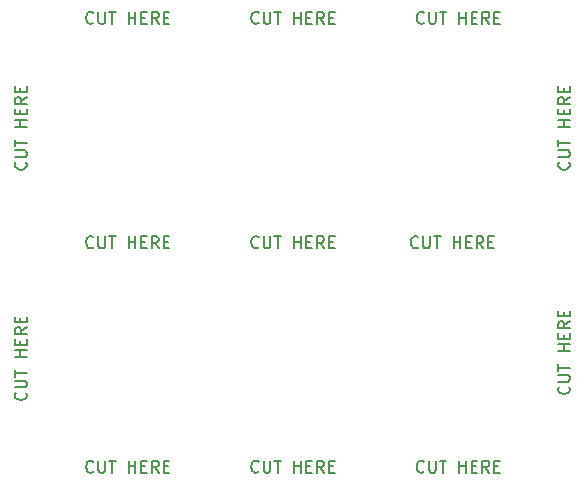
<source format=gbr>
G04 #@! TF.GenerationSoftware,KiCad,Pcbnew,(5.1.9)-1*
G04 #@! TF.CreationDate,2021-05-14T23:18:57-04:00*
G04 #@! TF.ProjectId,2xOPT Panelized,32784f50-5420-4506-916e-656c697a6564,rev?*
G04 #@! TF.SameCoordinates,Original*
G04 #@! TF.FileFunction,Other,Comment*
%FSLAX46Y46*%
G04 Gerber Fmt 4.6, Leading zero omitted, Abs format (unit mm)*
G04 Created by KiCad (PCBNEW (5.1.9)-1) date 2021-05-14 23:18:57*
%MOMM*%
%LPD*%
G01*
G04 APERTURE LIST*
%ADD10C,0.150000*%
G04 APERTURE END LIST*
D10*
X140095238Y-98857142D02*
X140047619Y-98904761D01*
X139904761Y-98952380D01*
X139809523Y-98952380D01*
X139666666Y-98904761D01*
X139571428Y-98809523D01*
X139523809Y-98714285D01*
X139476190Y-98523809D01*
X139476190Y-98380952D01*
X139523809Y-98190476D01*
X139571428Y-98095238D01*
X139666666Y-98000000D01*
X139809523Y-97952380D01*
X139904761Y-97952380D01*
X140047619Y-98000000D01*
X140095238Y-98047619D01*
X140523809Y-97952380D02*
X140523809Y-98761904D01*
X140571428Y-98857142D01*
X140619047Y-98904761D01*
X140714285Y-98952380D01*
X140904761Y-98952380D01*
X141000000Y-98904761D01*
X141047619Y-98857142D01*
X141095238Y-98761904D01*
X141095238Y-97952380D01*
X141428571Y-97952380D02*
X142000000Y-97952380D01*
X141714285Y-98952380D02*
X141714285Y-97952380D01*
X143095238Y-98952380D02*
X143095238Y-97952380D01*
X143095238Y-98428571D02*
X143666666Y-98428571D01*
X143666666Y-98952380D02*
X143666666Y-97952380D01*
X144142857Y-98428571D02*
X144476190Y-98428571D01*
X144619047Y-98952380D02*
X144142857Y-98952380D01*
X144142857Y-97952380D01*
X144619047Y-97952380D01*
X145619047Y-98952380D02*
X145285714Y-98476190D01*
X145047619Y-98952380D02*
X145047619Y-97952380D01*
X145428571Y-97952380D01*
X145523809Y-98000000D01*
X145571428Y-98047619D01*
X145619047Y-98142857D01*
X145619047Y-98285714D01*
X145571428Y-98380952D01*
X145523809Y-98428571D01*
X145428571Y-98476190D01*
X145047619Y-98476190D01*
X146047619Y-98428571D02*
X146380952Y-98428571D01*
X146523809Y-98952380D02*
X146047619Y-98952380D01*
X146047619Y-97952380D01*
X146523809Y-97952380D01*
X126095238Y-98857142D02*
X126047619Y-98904761D01*
X125904761Y-98952380D01*
X125809523Y-98952380D01*
X125666666Y-98904761D01*
X125571428Y-98809523D01*
X125523809Y-98714285D01*
X125476190Y-98523809D01*
X125476190Y-98380952D01*
X125523809Y-98190476D01*
X125571428Y-98095238D01*
X125666666Y-98000000D01*
X125809523Y-97952380D01*
X125904761Y-97952380D01*
X126047619Y-98000000D01*
X126095238Y-98047619D01*
X126523809Y-97952380D02*
X126523809Y-98761904D01*
X126571428Y-98857142D01*
X126619047Y-98904761D01*
X126714285Y-98952380D01*
X126904761Y-98952380D01*
X127000000Y-98904761D01*
X127047619Y-98857142D01*
X127095238Y-98761904D01*
X127095238Y-97952380D01*
X127428571Y-97952380D02*
X128000000Y-97952380D01*
X127714285Y-98952380D02*
X127714285Y-97952380D01*
X129095238Y-98952380D02*
X129095238Y-97952380D01*
X129095238Y-98428571D02*
X129666666Y-98428571D01*
X129666666Y-98952380D02*
X129666666Y-97952380D01*
X130142857Y-98428571D02*
X130476190Y-98428571D01*
X130619047Y-98952380D02*
X130142857Y-98952380D01*
X130142857Y-97952380D01*
X130619047Y-97952380D01*
X131619047Y-98952380D02*
X131285714Y-98476190D01*
X131047619Y-98952380D02*
X131047619Y-97952380D01*
X131428571Y-97952380D01*
X131523809Y-98000000D01*
X131571428Y-98047619D01*
X131619047Y-98142857D01*
X131619047Y-98285714D01*
X131571428Y-98380952D01*
X131523809Y-98428571D01*
X131428571Y-98476190D01*
X131047619Y-98476190D01*
X132047619Y-98428571D02*
X132380952Y-98428571D01*
X132523809Y-98952380D02*
X132047619Y-98952380D01*
X132047619Y-97952380D01*
X132523809Y-97952380D01*
X112095238Y-98857142D02*
X112047619Y-98904761D01*
X111904761Y-98952380D01*
X111809523Y-98952380D01*
X111666666Y-98904761D01*
X111571428Y-98809523D01*
X111523809Y-98714285D01*
X111476190Y-98523809D01*
X111476190Y-98380952D01*
X111523809Y-98190476D01*
X111571428Y-98095238D01*
X111666666Y-98000000D01*
X111809523Y-97952380D01*
X111904761Y-97952380D01*
X112047619Y-98000000D01*
X112095238Y-98047619D01*
X112523809Y-97952380D02*
X112523809Y-98761904D01*
X112571428Y-98857142D01*
X112619047Y-98904761D01*
X112714285Y-98952380D01*
X112904761Y-98952380D01*
X113000000Y-98904761D01*
X113047619Y-98857142D01*
X113095238Y-98761904D01*
X113095238Y-97952380D01*
X113428571Y-97952380D02*
X114000000Y-97952380D01*
X113714285Y-98952380D02*
X113714285Y-97952380D01*
X115095238Y-98952380D02*
X115095238Y-97952380D01*
X115095238Y-98428571D02*
X115666666Y-98428571D01*
X115666666Y-98952380D02*
X115666666Y-97952380D01*
X116142857Y-98428571D02*
X116476190Y-98428571D01*
X116619047Y-98952380D02*
X116142857Y-98952380D01*
X116142857Y-97952380D01*
X116619047Y-97952380D01*
X117619047Y-98952380D02*
X117285714Y-98476190D01*
X117047619Y-98952380D02*
X117047619Y-97952380D01*
X117428571Y-97952380D01*
X117523809Y-98000000D01*
X117571428Y-98047619D01*
X117619047Y-98142857D01*
X117619047Y-98285714D01*
X117571428Y-98380952D01*
X117523809Y-98428571D01*
X117428571Y-98476190D01*
X117047619Y-98476190D01*
X118047619Y-98428571D02*
X118380952Y-98428571D01*
X118523809Y-98952380D02*
X118047619Y-98952380D01*
X118047619Y-97952380D01*
X118523809Y-97952380D01*
X106357642Y-92179261D02*
X106405261Y-92226880D01*
X106452880Y-92369738D01*
X106452880Y-92464976D01*
X106405261Y-92607833D01*
X106310023Y-92703071D01*
X106214785Y-92750690D01*
X106024309Y-92798309D01*
X105881452Y-92798309D01*
X105690976Y-92750690D01*
X105595738Y-92703071D01*
X105500500Y-92607833D01*
X105452880Y-92464976D01*
X105452880Y-92369738D01*
X105500500Y-92226880D01*
X105548119Y-92179261D01*
X105452880Y-91750690D02*
X106262404Y-91750690D01*
X106357642Y-91703071D01*
X106405261Y-91655452D01*
X106452880Y-91560214D01*
X106452880Y-91369738D01*
X106405261Y-91274500D01*
X106357642Y-91226880D01*
X106262404Y-91179261D01*
X105452880Y-91179261D01*
X105452880Y-90845928D02*
X105452880Y-90274500D01*
X106452880Y-90560214D02*
X105452880Y-90560214D01*
X106452880Y-89179261D02*
X105452880Y-89179261D01*
X105929071Y-89179261D02*
X105929071Y-88607833D01*
X106452880Y-88607833D02*
X105452880Y-88607833D01*
X105929071Y-88131642D02*
X105929071Y-87798309D01*
X106452880Y-87655452D02*
X106452880Y-88131642D01*
X105452880Y-88131642D01*
X105452880Y-87655452D01*
X106452880Y-86655452D02*
X105976690Y-86988785D01*
X106452880Y-87226880D02*
X105452880Y-87226880D01*
X105452880Y-86845928D01*
X105500500Y-86750690D01*
X105548119Y-86703071D01*
X105643357Y-86655452D01*
X105786214Y-86655452D01*
X105881452Y-86703071D01*
X105929071Y-86750690D01*
X105976690Y-86845928D01*
X105976690Y-87226880D01*
X105929071Y-86226880D02*
X105929071Y-85893547D01*
X106452880Y-85750690D02*
X106452880Y-86226880D01*
X105452880Y-86226880D01*
X105452880Y-85750690D01*
X106357642Y-72679261D02*
X106405261Y-72726880D01*
X106452880Y-72869738D01*
X106452880Y-72964976D01*
X106405261Y-73107833D01*
X106310023Y-73203071D01*
X106214785Y-73250690D01*
X106024309Y-73298309D01*
X105881452Y-73298309D01*
X105690976Y-73250690D01*
X105595738Y-73203071D01*
X105500500Y-73107833D01*
X105452880Y-72964976D01*
X105452880Y-72869738D01*
X105500500Y-72726880D01*
X105548119Y-72679261D01*
X105452880Y-72250690D02*
X106262404Y-72250690D01*
X106357642Y-72203071D01*
X106405261Y-72155452D01*
X106452880Y-72060214D01*
X106452880Y-71869738D01*
X106405261Y-71774500D01*
X106357642Y-71726880D01*
X106262404Y-71679261D01*
X105452880Y-71679261D01*
X105452880Y-71345928D02*
X105452880Y-70774500D01*
X106452880Y-71060214D02*
X105452880Y-71060214D01*
X106452880Y-69679261D02*
X105452880Y-69679261D01*
X105929071Y-69679261D02*
X105929071Y-69107833D01*
X106452880Y-69107833D02*
X105452880Y-69107833D01*
X105929071Y-68631642D02*
X105929071Y-68298309D01*
X106452880Y-68155452D02*
X106452880Y-68631642D01*
X105452880Y-68631642D01*
X105452880Y-68155452D01*
X106452880Y-67155452D02*
X105976690Y-67488785D01*
X106452880Y-67726880D02*
X105452880Y-67726880D01*
X105452880Y-67345928D01*
X105500500Y-67250690D01*
X105548119Y-67203071D01*
X105643357Y-67155452D01*
X105786214Y-67155452D01*
X105881452Y-67203071D01*
X105929071Y-67250690D01*
X105976690Y-67345928D01*
X105976690Y-67726880D01*
X105929071Y-66726880D02*
X105929071Y-66393547D01*
X106452880Y-66250690D02*
X106452880Y-66726880D01*
X105452880Y-66726880D01*
X105452880Y-66250690D01*
X112095238Y-60857142D02*
X112047619Y-60904761D01*
X111904761Y-60952380D01*
X111809523Y-60952380D01*
X111666666Y-60904761D01*
X111571428Y-60809523D01*
X111523809Y-60714285D01*
X111476190Y-60523809D01*
X111476190Y-60380952D01*
X111523809Y-60190476D01*
X111571428Y-60095238D01*
X111666666Y-60000000D01*
X111809523Y-59952380D01*
X111904761Y-59952380D01*
X112047619Y-60000000D01*
X112095238Y-60047619D01*
X112523809Y-59952380D02*
X112523809Y-60761904D01*
X112571428Y-60857142D01*
X112619047Y-60904761D01*
X112714285Y-60952380D01*
X112904761Y-60952380D01*
X113000000Y-60904761D01*
X113047619Y-60857142D01*
X113095238Y-60761904D01*
X113095238Y-59952380D01*
X113428571Y-59952380D02*
X114000000Y-59952380D01*
X113714285Y-60952380D02*
X113714285Y-59952380D01*
X115095238Y-60952380D02*
X115095238Y-59952380D01*
X115095238Y-60428571D02*
X115666666Y-60428571D01*
X115666666Y-60952380D02*
X115666666Y-59952380D01*
X116142857Y-60428571D02*
X116476190Y-60428571D01*
X116619047Y-60952380D02*
X116142857Y-60952380D01*
X116142857Y-59952380D01*
X116619047Y-59952380D01*
X117619047Y-60952380D02*
X117285714Y-60476190D01*
X117047619Y-60952380D02*
X117047619Y-59952380D01*
X117428571Y-59952380D01*
X117523809Y-60000000D01*
X117571428Y-60047619D01*
X117619047Y-60142857D01*
X117619047Y-60285714D01*
X117571428Y-60380952D01*
X117523809Y-60428571D01*
X117428571Y-60476190D01*
X117047619Y-60476190D01*
X118047619Y-60428571D02*
X118380952Y-60428571D01*
X118523809Y-60952380D02*
X118047619Y-60952380D01*
X118047619Y-59952380D01*
X118523809Y-59952380D01*
X126095238Y-60857142D02*
X126047619Y-60904761D01*
X125904761Y-60952380D01*
X125809523Y-60952380D01*
X125666666Y-60904761D01*
X125571428Y-60809523D01*
X125523809Y-60714285D01*
X125476190Y-60523809D01*
X125476190Y-60380952D01*
X125523809Y-60190476D01*
X125571428Y-60095238D01*
X125666666Y-60000000D01*
X125809523Y-59952380D01*
X125904761Y-59952380D01*
X126047619Y-60000000D01*
X126095238Y-60047619D01*
X126523809Y-59952380D02*
X126523809Y-60761904D01*
X126571428Y-60857142D01*
X126619047Y-60904761D01*
X126714285Y-60952380D01*
X126904761Y-60952380D01*
X127000000Y-60904761D01*
X127047619Y-60857142D01*
X127095238Y-60761904D01*
X127095238Y-59952380D01*
X127428571Y-59952380D02*
X128000000Y-59952380D01*
X127714285Y-60952380D02*
X127714285Y-59952380D01*
X129095238Y-60952380D02*
X129095238Y-59952380D01*
X129095238Y-60428571D02*
X129666666Y-60428571D01*
X129666666Y-60952380D02*
X129666666Y-59952380D01*
X130142857Y-60428571D02*
X130476190Y-60428571D01*
X130619047Y-60952380D02*
X130142857Y-60952380D01*
X130142857Y-59952380D01*
X130619047Y-59952380D01*
X131619047Y-60952380D02*
X131285714Y-60476190D01*
X131047619Y-60952380D02*
X131047619Y-59952380D01*
X131428571Y-59952380D01*
X131523809Y-60000000D01*
X131571428Y-60047619D01*
X131619047Y-60142857D01*
X131619047Y-60285714D01*
X131571428Y-60380952D01*
X131523809Y-60428571D01*
X131428571Y-60476190D01*
X131047619Y-60476190D01*
X132047619Y-60428571D02*
X132380952Y-60428571D01*
X132523809Y-60952380D02*
X132047619Y-60952380D01*
X132047619Y-59952380D01*
X132523809Y-59952380D01*
X140095238Y-60857142D02*
X140047619Y-60904761D01*
X139904761Y-60952380D01*
X139809523Y-60952380D01*
X139666666Y-60904761D01*
X139571428Y-60809523D01*
X139523809Y-60714285D01*
X139476190Y-60523809D01*
X139476190Y-60380952D01*
X139523809Y-60190476D01*
X139571428Y-60095238D01*
X139666666Y-60000000D01*
X139809523Y-59952380D01*
X139904761Y-59952380D01*
X140047619Y-60000000D01*
X140095238Y-60047619D01*
X140523809Y-59952380D02*
X140523809Y-60761904D01*
X140571428Y-60857142D01*
X140619047Y-60904761D01*
X140714285Y-60952380D01*
X140904761Y-60952380D01*
X141000000Y-60904761D01*
X141047619Y-60857142D01*
X141095238Y-60761904D01*
X141095238Y-59952380D01*
X141428571Y-59952380D02*
X142000000Y-59952380D01*
X141714285Y-60952380D02*
X141714285Y-59952380D01*
X143095238Y-60952380D02*
X143095238Y-59952380D01*
X143095238Y-60428571D02*
X143666666Y-60428571D01*
X143666666Y-60952380D02*
X143666666Y-59952380D01*
X144142857Y-60428571D02*
X144476190Y-60428571D01*
X144619047Y-60952380D02*
X144142857Y-60952380D01*
X144142857Y-59952380D01*
X144619047Y-59952380D01*
X145619047Y-60952380D02*
X145285714Y-60476190D01*
X145047619Y-60952380D02*
X145047619Y-59952380D01*
X145428571Y-59952380D01*
X145523809Y-60000000D01*
X145571428Y-60047619D01*
X145619047Y-60142857D01*
X145619047Y-60285714D01*
X145571428Y-60380952D01*
X145523809Y-60428571D01*
X145428571Y-60476190D01*
X145047619Y-60476190D01*
X146047619Y-60428571D02*
X146380952Y-60428571D01*
X146523809Y-60952380D02*
X146047619Y-60952380D01*
X146047619Y-59952380D01*
X146523809Y-59952380D01*
X152357642Y-72679261D02*
X152405261Y-72726880D01*
X152452880Y-72869738D01*
X152452880Y-72964976D01*
X152405261Y-73107833D01*
X152310023Y-73203071D01*
X152214785Y-73250690D01*
X152024309Y-73298309D01*
X151881452Y-73298309D01*
X151690976Y-73250690D01*
X151595738Y-73203071D01*
X151500500Y-73107833D01*
X151452880Y-72964976D01*
X151452880Y-72869738D01*
X151500500Y-72726880D01*
X151548119Y-72679261D01*
X151452880Y-72250690D02*
X152262404Y-72250690D01*
X152357642Y-72203071D01*
X152405261Y-72155452D01*
X152452880Y-72060214D01*
X152452880Y-71869738D01*
X152405261Y-71774500D01*
X152357642Y-71726880D01*
X152262404Y-71679261D01*
X151452880Y-71679261D01*
X151452880Y-71345928D02*
X151452880Y-70774500D01*
X152452880Y-71060214D02*
X151452880Y-71060214D01*
X152452880Y-69679261D02*
X151452880Y-69679261D01*
X151929071Y-69679261D02*
X151929071Y-69107833D01*
X152452880Y-69107833D02*
X151452880Y-69107833D01*
X151929071Y-68631642D02*
X151929071Y-68298309D01*
X152452880Y-68155452D02*
X152452880Y-68631642D01*
X151452880Y-68631642D01*
X151452880Y-68155452D01*
X152452880Y-67155452D02*
X151976690Y-67488785D01*
X152452880Y-67726880D02*
X151452880Y-67726880D01*
X151452880Y-67345928D01*
X151500500Y-67250690D01*
X151548119Y-67203071D01*
X151643357Y-67155452D01*
X151786214Y-67155452D01*
X151881452Y-67203071D01*
X151929071Y-67250690D01*
X151976690Y-67345928D01*
X151976690Y-67726880D01*
X151929071Y-66726880D02*
X151929071Y-66393547D01*
X152452880Y-66250690D02*
X152452880Y-66726880D01*
X151452880Y-66726880D01*
X151452880Y-66250690D01*
X152357642Y-91679261D02*
X152405261Y-91726880D01*
X152452880Y-91869738D01*
X152452880Y-91964976D01*
X152405261Y-92107833D01*
X152310023Y-92203071D01*
X152214785Y-92250690D01*
X152024309Y-92298309D01*
X151881452Y-92298309D01*
X151690976Y-92250690D01*
X151595738Y-92203071D01*
X151500500Y-92107833D01*
X151452880Y-91964976D01*
X151452880Y-91869738D01*
X151500500Y-91726880D01*
X151548119Y-91679261D01*
X151452880Y-91250690D02*
X152262404Y-91250690D01*
X152357642Y-91203071D01*
X152405261Y-91155452D01*
X152452880Y-91060214D01*
X152452880Y-90869738D01*
X152405261Y-90774500D01*
X152357642Y-90726880D01*
X152262404Y-90679261D01*
X151452880Y-90679261D01*
X151452880Y-90345928D02*
X151452880Y-89774500D01*
X152452880Y-90060214D02*
X151452880Y-90060214D01*
X152452880Y-88679261D02*
X151452880Y-88679261D01*
X151929071Y-88679261D02*
X151929071Y-88107833D01*
X152452880Y-88107833D02*
X151452880Y-88107833D01*
X151929071Y-87631642D02*
X151929071Y-87298309D01*
X152452880Y-87155452D02*
X152452880Y-87631642D01*
X151452880Y-87631642D01*
X151452880Y-87155452D01*
X152452880Y-86155452D02*
X151976690Y-86488785D01*
X152452880Y-86726880D02*
X151452880Y-86726880D01*
X151452880Y-86345928D01*
X151500500Y-86250690D01*
X151548119Y-86203071D01*
X151643357Y-86155452D01*
X151786214Y-86155452D01*
X151881452Y-86203071D01*
X151929071Y-86250690D01*
X151976690Y-86345928D01*
X151976690Y-86726880D01*
X151929071Y-85726880D02*
X151929071Y-85393547D01*
X152452880Y-85250690D02*
X152452880Y-85726880D01*
X151452880Y-85726880D01*
X151452880Y-85250690D01*
X112095238Y-79857142D02*
X112047619Y-79904761D01*
X111904761Y-79952380D01*
X111809523Y-79952380D01*
X111666666Y-79904761D01*
X111571428Y-79809523D01*
X111523809Y-79714285D01*
X111476190Y-79523809D01*
X111476190Y-79380952D01*
X111523809Y-79190476D01*
X111571428Y-79095238D01*
X111666666Y-79000000D01*
X111809523Y-78952380D01*
X111904761Y-78952380D01*
X112047619Y-79000000D01*
X112095238Y-79047619D01*
X112523809Y-78952380D02*
X112523809Y-79761904D01*
X112571428Y-79857142D01*
X112619047Y-79904761D01*
X112714285Y-79952380D01*
X112904761Y-79952380D01*
X113000000Y-79904761D01*
X113047619Y-79857142D01*
X113095238Y-79761904D01*
X113095238Y-78952380D01*
X113428571Y-78952380D02*
X114000000Y-78952380D01*
X113714285Y-79952380D02*
X113714285Y-78952380D01*
X115095238Y-79952380D02*
X115095238Y-78952380D01*
X115095238Y-79428571D02*
X115666666Y-79428571D01*
X115666666Y-79952380D02*
X115666666Y-78952380D01*
X116142857Y-79428571D02*
X116476190Y-79428571D01*
X116619047Y-79952380D02*
X116142857Y-79952380D01*
X116142857Y-78952380D01*
X116619047Y-78952380D01*
X117619047Y-79952380D02*
X117285714Y-79476190D01*
X117047619Y-79952380D02*
X117047619Y-78952380D01*
X117428571Y-78952380D01*
X117523809Y-79000000D01*
X117571428Y-79047619D01*
X117619047Y-79142857D01*
X117619047Y-79285714D01*
X117571428Y-79380952D01*
X117523809Y-79428571D01*
X117428571Y-79476190D01*
X117047619Y-79476190D01*
X118047619Y-79428571D02*
X118380952Y-79428571D01*
X118523809Y-79952380D02*
X118047619Y-79952380D01*
X118047619Y-78952380D01*
X118523809Y-78952380D01*
X126095238Y-79857142D02*
X126047619Y-79904761D01*
X125904761Y-79952380D01*
X125809523Y-79952380D01*
X125666666Y-79904761D01*
X125571428Y-79809523D01*
X125523809Y-79714285D01*
X125476190Y-79523809D01*
X125476190Y-79380952D01*
X125523809Y-79190476D01*
X125571428Y-79095238D01*
X125666666Y-79000000D01*
X125809523Y-78952380D01*
X125904761Y-78952380D01*
X126047619Y-79000000D01*
X126095238Y-79047619D01*
X126523809Y-78952380D02*
X126523809Y-79761904D01*
X126571428Y-79857142D01*
X126619047Y-79904761D01*
X126714285Y-79952380D01*
X126904761Y-79952380D01*
X127000000Y-79904761D01*
X127047619Y-79857142D01*
X127095238Y-79761904D01*
X127095238Y-78952380D01*
X127428571Y-78952380D02*
X128000000Y-78952380D01*
X127714285Y-79952380D02*
X127714285Y-78952380D01*
X129095238Y-79952380D02*
X129095238Y-78952380D01*
X129095238Y-79428571D02*
X129666666Y-79428571D01*
X129666666Y-79952380D02*
X129666666Y-78952380D01*
X130142857Y-79428571D02*
X130476190Y-79428571D01*
X130619047Y-79952380D02*
X130142857Y-79952380D01*
X130142857Y-78952380D01*
X130619047Y-78952380D01*
X131619047Y-79952380D02*
X131285714Y-79476190D01*
X131047619Y-79952380D02*
X131047619Y-78952380D01*
X131428571Y-78952380D01*
X131523809Y-79000000D01*
X131571428Y-79047619D01*
X131619047Y-79142857D01*
X131619047Y-79285714D01*
X131571428Y-79380952D01*
X131523809Y-79428571D01*
X131428571Y-79476190D01*
X131047619Y-79476190D01*
X132047619Y-79428571D02*
X132380952Y-79428571D01*
X132523809Y-79952380D02*
X132047619Y-79952380D01*
X132047619Y-78952380D01*
X132523809Y-78952380D01*
X139595238Y-79857142D02*
X139547619Y-79904761D01*
X139404761Y-79952380D01*
X139309523Y-79952380D01*
X139166666Y-79904761D01*
X139071428Y-79809523D01*
X139023809Y-79714285D01*
X138976190Y-79523809D01*
X138976190Y-79380952D01*
X139023809Y-79190476D01*
X139071428Y-79095238D01*
X139166666Y-79000000D01*
X139309523Y-78952380D01*
X139404761Y-78952380D01*
X139547619Y-79000000D01*
X139595238Y-79047619D01*
X140023809Y-78952380D02*
X140023809Y-79761904D01*
X140071428Y-79857142D01*
X140119047Y-79904761D01*
X140214285Y-79952380D01*
X140404761Y-79952380D01*
X140500000Y-79904761D01*
X140547619Y-79857142D01*
X140595238Y-79761904D01*
X140595238Y-78952380D01*
X140928571Y-78952380D02*
X141500000Y-78952380D01*
X141214285Y-79952380D02*
X141214285Y-78952380D01*
X142595238Y-79952380D02*
X142595238Y-78952380D01*
X142595238Y-79428571D02*
X143166666Y-79428571D01*
X143166666Y-79952380D02*
X143166666Y-78952380D01*
X143642857Y-79428571D02*
X143976190Y-79428571D01*
X144119047Y-79952380D02*
X143642857Y-79952380D01*
X143642857Y-78952380D01*
X144119047Y-78952380D01*
X145119047Y-79952380D02*
X144785714Y-79476190D01*
X144547619Y-79952380D02*
X144547619Y-78952380D01*
X144928571Y-78952380D01*
X145023809Y-79000000D01*
X145071428Y-79047619D01*
X145119047Y-79142857D01*
X145119047Y-79285714D01*
X145071428Y-79380952D01*
X145023809Y-79428571D01*
X144928571Y-79476190D01*
X144547619Y-79476190D01*
X145547619Y-79428571D02*
X145880952Y-79428571D01*
X146023809Y-79952380D02*
X145547619Y-79952380D01*
X145547619Y-78952380D01*
X146023809Y-78952380D01*
M02*

</source>
